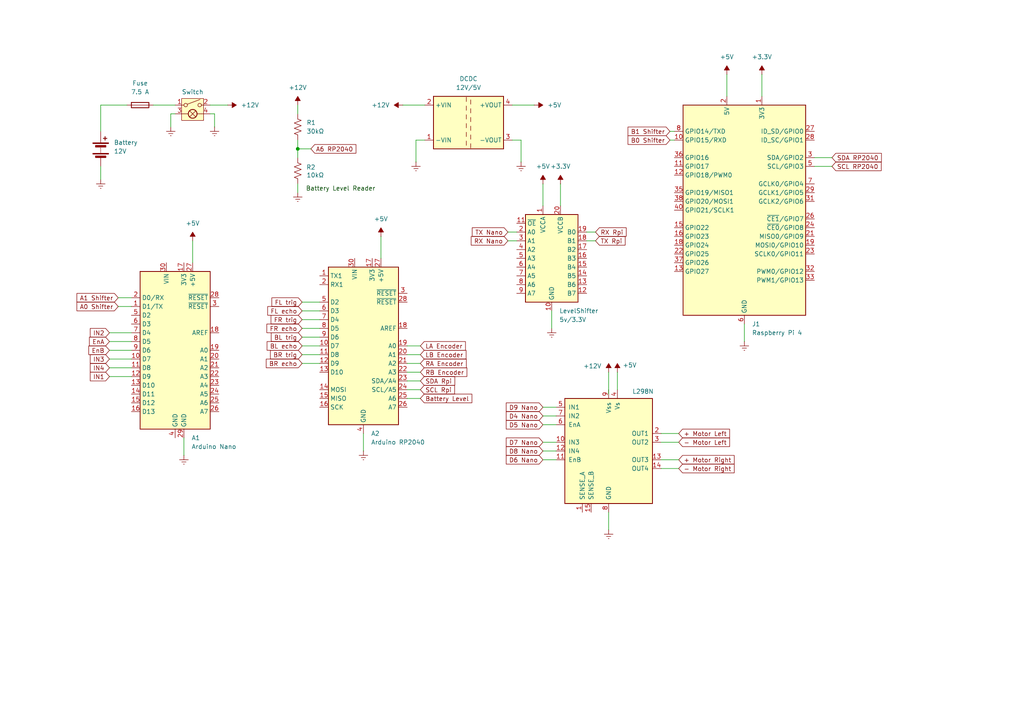
<source format=kicad_sch>
(kicad_sch (version 20231120) (generator "eeschema") (generator_version "8.0")
  (paper "A4")
  (lib_symbols
    (symbol "Connector:Raspberry_Pi_2_3"
      (property "Reference" "J" (at -17.78 31.75 0))
      (property "Value" "Raspberry_Pi_2_3" (at 10.16 -31.75 0))
      (symbol "Raspberry_Pi_2_3_0_1"
        (rectangle (start -17.78 30.48) (end 17.78 -30.48) (stroke (width 0.254)) (fill (type background)))
      )
      (symbol "Raspberry_Pi_2_3_1_1"
        (pin power_in line (at 5.08 33.02 270) (length 2.54) (name "3V3") (number "1"))
        (pin bidirectional line (at -20.32 20.32 0) (length 2.54) (name "GPIO15/RXD") (number "10"))
        (pin bidirectional line (at -20.32 12.7 0) (length 2.54) (name "GPIO17") (number "11"))
        (pin bidirectional line (at -20.32 10.16 0) (length 2.54) (name "GPIO18/PWM0") (number "12"))
        (pin bidirectional line (at -20.32 -17.78 0) (length 2.54) (name "GPIO27") (number "13"))
        (pin passive line (at 0 -33.02 90) (length 2.54) hide (name "GND") (number "14"))
        (pin bidirectional line (at -20.32 -5.08 0) (length 2.54) (name "GPIO22") (number "15"))
        (pin bidirectional line (at -20.32 -7.62 0) (length 2.54) (name "GPIO23") (number "16"))
        (pin passive line (at 5.08 33.02 270) (length 2.54) hide (name "3V3") (number "17"))
        (pin bidirectional line (at -20.32 -10.16 0) (length 2.54) (name "GPIO24") (number "18"))
        (pin bidirectional line (at 20.32 -10.16 180) (length 2.54) (name "MOSI0/GPIO10") (number "19"))
        (pin power_in line (at -5.08 33.02 270) (length 2.54) (name "5V") (number "2"))
        (pin passive line (at 0 -33.02 90) (length 2.54) hide (name "GND") (number "20"))
        (pin bidirectional line (at 20.32 -7.62 180) (length 2.54) (name "MISO0/GPIO9") (number "21"))
        (pin bidirectional line (at -20.32 -12.7 0) (length 2.54) (name "GPIO25") (number "22"))
        (pin bidirectional line (at 20.32 -12.7 180) (length 2.54) (name "SCLK0/GPIO11") (number "23"))
        (pin bidirectional line (at 20.32 -5.08 180) (length 2.54) (name "~{CE0}/GPIO8") (number "24"))
        (pin passive line (at 0 -33.02 90) (length 2.54) hide (name "GND") (number "25"))
        (pin bidirectional line (at 20.32 -2.54 180) (length 2.54) (name "~{CE1}/GPIO7") (number "26"))
        (pin bidirectional line (at 20.32 22.86 180) (length 2.54) (name "ID_SD/GPIO0") (number "27"))
        (pin bidirectional line (at 20.32 20.32 180) (length 2.54) (name "ID_SC/GPIO1") (number "28"))
        (pin bidirectional line (at 20.32 5.08 180) (length 2.54) (name "GCLK1/GPIO5") (number "29"))
        (pin bidirectional line (at 20.32 15.24 180) (length 2.54) (name "SDA/GPIO2") (number "3"))
        (pin passive line (at 0 -33.02 90) (length 2.54) hide (name "GND") (number "30"))
        (pin bidirectional line (at 20.32 2.54 180) (length 2.54) (name "GCLK2/GPIO6") (number "31"))
        (pin bidirectional line (at 20.32 -17.78 180) (length 2.54) (name "PWM0/GPIO12") (number "32"))
        (pin bidirectional line (at 20.32 -20.32 180) (length 2.54) (name "PWM1/GPIO13") (number "33"))
        (pin passive line (at 0 -33.02 90) (length 2.54) hide (name "GND") (number "34"))
        (pin bidirectional line (at -20.32 5.08 0) (length 2.54) (name "GPIO19/MISO1") (number "35"))
        (pin bidirectional line (at -20.32 15.24 0) (length 2.54) (name "GPIO16") (number "36"))
        (pin bidirectional line (at -20.32 -15.24 0) (length 2.54) (name "GPIO26") (number "37"))
        (pin bidirectional line (at -20.32 2.54 0) (length 2.54) (name "GPIO20/MOSI1") (number "38"))
        (pin passive line (at 0 -33.02 90) (length 2.54) hide (name "GND") (number "39"))
        (pin passive line (at -5.08 33.02 270) (length 2.54) hide (name "5V") (number "4"))
        (pin bidirectional line (at -20.32 0 0) (length 2.54) (name "GPIO21/SCLK1") (number "40"))
        (pin bidirectional line (at 20.32 12.7 180) (length 2.54) (name "SCL/GPIO3") (number "5"))
        (pin power_in line (at 0 -33.02 90) (length 2.54) (name "GND") (number "6"))
        (pin bidirectional line (at 20.32 7.62 180) (length 2.54) (name "GCLK0/GPIO4") (number "7"))
        (pin bidirectional line (at -20.32 22.86 0) (length 2.54) (name "GPIO14/TXD") (number "8"))
        (pin passive line (at 0 -33.02 90) (length 2.54) hide (name "GND") (number "9"))
      )
    )
    (symbol "Device:Battery" (pin_numbers hide) (pin_names (offset 0) hide)
      (property "Reference" "BT" (at 2.54 2.54 0))
      (property "Value" "Battery" (at 2.54 0 0))
      (symbol "Battery_0_1"
        (rectangle (start -2.286 -1.27) (end 2.286 -1.524) (fill (type outline)))
        (rectangle (start -2.286 1.778) (end 2.286 1.524) (fill (type outline)))
        (rectangle (start -1.524 -2.032) (end 1.524 -2.54) (fill (type outline)))
        (rectangle (start -1.524 1.016) (end 1.524 0.508) (fill (type outline)))
        (polyline (pts (xy 0 -1.016) (xy 0 -0.762)))
        (polyline (pts (xy 0 -0.508) (xy 0 -0.254)))
        (polyline (pts (xy 0 0) (xy 0 0.254)))
        (polyline (pts (xy 0 1.778) (xy 0 2.54)))
        (polyline (pts (xy 0.762 3.048) (xy 1.778 3.048)) (stroke (width 0.254)))
        (polyline (pts (xy 1.27 3.556) (xy 1.27 2.54)) (stroke (width 0.254)))
      )
      (symbol "Battery_1_1"
        (pin passive line (at 0 5.08 270) (length 2.54) (name "+") (number "1"))
        (pin passive line (at 0 -5.08 90) (length 2.54) (name "-") (number "2"))
      )
    )
    (symbol "Device:Fuse" (pin_numbers hide) (pin_names (offset 0))
      (property "Reference" "F" (at 2.032 0 90))
      (property "Value" "Fuse" (at -1.905 0 90))
      (symbol "Fuse_0_1"
        (rectangle (start -0.762 -2.54) (end 0.762 2.54) (stroke (width 0.254)))
        (polyline (pts (xy 0 2.54) (xy 0 -2.54)))
      )
      (symbol "Fuse_1_1"
        (pin passive line (at 0 3.81 270) (length 1.27) (name "~") (number "1"))
        (pin passive line (at 0 -3.81 90) (length 1.27) (name "~") (number "2"))
      )
    )
    (symbol "Device:R_US" (pin_numbers hide) (pin_names (offset 0))
      (property "Reference" "R" (at 2.54 0 90))
      (property "Value" "R_US" (at -2.54 0 90))
      (symbol "R_US_0_1"
        (polyline (pts (xy 0 -2.286) (xy 0 -2.54)))
        (polyline (pts (xy 0 2.286) (xy 0 2.54)))
        (polyline (pts (xy 0 -0.762) (xy 1.016 -1.143) (xy 0 -1.524) (xy -1.016 -1.905) (xy 0 -2.286)))
        (polyline (pts (xy 0 0.762) (xy 1.016 0.381) (xy 0 0) (xy -1.016 -0.381) (xy 0 -0.762)))
        (polyline (pts (xy 0 2.286) (xy 1.016 1.905) (xy 0 1.524) (xy -1.016 1.143) (xy 0 0.762)))
      )
      (symbol "R_US_1_1"
        (pin passive line (at 0 3.81 270) (length 1.27) (name "~") (number "1"))
        (pin passive line (at 0 -3.81 90) (length 1.27) (name "~") (number "2"))
      )
    )
    (symbol "Driver_Motor:L298N" (pin_names (offset 1.016))
      (property "Reference" "U" (at -10.16 16.51 0))
      (property "Value" "L298N" (at 12.7 16.51 0))
      (symbol "L298N_0_1"
        (rectangle (start -12.7 15.24) (end 12.7 -15.24) (stroke (width 0.254)) (fill (type background)))
      )
      (symbol "L298N_1_1"
        (pin power_in line (at -7.62 -17.78 90) (length 2.54) (name "SENSE_A") (number "1"))
        (pin input line (at -15.24 2.54 0) (length 2.54) (name "IN3") (number "10"))
        (pin input line (at -15.24 -2.54 0) (length 2.54) (name "EnB") (number "11"))
        (pin input line (at -15.24 0 0) (length 2.54) (name "IN4") (number "12"))
        (pin output line (at 15.24 -2.54 180) (length 2.54) (name "OUT3") (number "13"))
        (pin output line (at 15.24 -5.08 180) (length 2.54) (name "OUT4") (number "14"))
        (pin power_in line (at -5.08 -17.78 90) (length 2.54) (name "SENSE_B") (number "15"))
        (pin output line (at 15.24 5.08 180) (length 2.54) (name "OUT1") (number "2"))
        (pin output line (at 15.24 2.54 180) (length 2.54) (name "OUT2") (number "3"))
        (pin power_in line (at 2.54 17.78 270) (length 2.54) (name "Vs") (number "4"))
        (pin input line (at -15.24 12.7 0) (length 2.54) (name "IN1") (number "5"))
        (pin input line (at -15.24 7.62 0) (length 2.54) (name "EnA") (number "6"))
        (pin input line (at -15.24 10.16 0) (length 2.54) (name "IN2") (number "7"))
        (pin power_in line (at 0 -17.78 90) (length 2.54) (name "GND") (number "8"))
        (pin power_in line (at 0 17.78 270) (length 2.54) (name "Vss") (number "9"))
      )
    )
    (symbol "Logic_LevelTranslator:FXMA108"
      (property "Reference" "U" (at -6.35 13.97 0))
      (property "Value" "FXMA108" (at 7.62 13.97 0))
      (symbol "FXMA108_1_1"
        (rectangle (start -7.62 12.7) (end 7.62 -12.7) (stroke (width 0.254)) (fill (type background)))
        (pin power_in line (at -2.54 15.24 270) (length 2.54) (name "VCCA") (number "1"))
        (pin power_in line (at 0 -15.24 90) (length 2.54) (name "GND") (number "10"))
        (pin input line (at -10.16 10.16 0) (length 2.54) (name "~{OE}") (number "11"))
        (pin bidirectional line (at 10.16 -10.16 180) (length 2.54) (name "B7") (number "12"))
        (pin bidirectional line (at 10.16 -7.62 180) (length 2.54) (name "B6") (number "13"))
        (pin bidirectional line (at 10.16 -5.08 180) (length 2.54) (name "B5") (number "14"))
        (pin bidirectional line (at 10.16 -2.54 180) (length 2.54) (name "B4") (number "15"))
        (pin bidirectional line (at 10.16 0 180) (length 2.54) (name "B3") (number "16"))
        (pin bidirectional line (at 10.16 2.54 180) (length 2.54) (name "B2") (number "17"))
        (pin bidirectional line (at 10.16 5.08 180) (length 2.54) (name "B1") (number "18"))
        (pin bidirectional line (at 10.16 7.62 180) (length 2.54) (name "B0") (number "19"))
        (pin bidirectional line (at -10.16 7.62 0) (length 2.54) (name "A0") (number "2"))
        (pin power_in line (at 2.54 15.24 270) (length 2.54) (name "VCCB") (number "20"))
        (pin no_connect line (at 2.54 -12.7 90) (length 2.54) hide (name "NC") (number "21"))
        (pin bidirectional line (at -10.16 5.08 0) (length 2.54) (name "A1") (number "3"))
        (pin bidirectional line (at -10.16 2.54 0) (length 2.54) (name "A2") (number "4"))
        (pin bidirectional line (at -10.16 0 0) (length 2.54) (name "A3") (number "5"))
        (pin bidirectional line (at -10.16 -2.54 0) (length 2.54) (name "A4") (number "6"))
        (pin bidirectional line (at -10.16 -5.08 0) (length 2.54) (name "A5") (number "7"))
        (pin bidirectional line (at -10.16 -7.62 0) (length 2.54) (name "A6") (number "8"))
        (pin bidirectional line (at -10.16 -10.16 0) (length 2.54) (name "A7") (number "9"))
      )
    )
    (symbol "MCU_Module:Arduino_Nano_Every"
      (property "Reference" "A" (at -10.16 23.495 0))
      (property "Value" "Arduino_Nano_Every" (at 5.08 -24.13 0))
      (symbol "Arduino_Nano_Every_0_1"
        (rectangle (start -10.16 22.86) (end 10.16 -22.86) (stroke (width 0.254)) (fill (type background)))
      )
      (symbol "Arduino_Nano_Every_1_1"
        (pin bidirectional line (at -12.7 20.32 0) (length 2.54) (name "TX1") (number "1"))
        (pin bidirectional line (at -12.7 0 0) (length 2.54) (name "D7") (number "10"))
        (pin bidirectional line (at -12.7 -2.54 0) (length 2.54) (name "D8") (number "11"))
        (pin bidirectional line (at -12.7 -5.08 0) (length 2.54) (name "D9") (number "12"))
        (pin bidirectional line (at -12.7 -7.62 0) (length 2.54) (name "D10") (number "13"))
        (pin bidirectional line (at -12.7 -12.7 0) (length 2.54) (name "MOSI") (number "14"))
        (pin bidirectional line (at -12.7 -15.24 0) (length 2.54) (name "MISO") (number "15"))
        (pin bidirectional line (at -12.7 -17.78 0) (length 2.54) (name "SCK") (number "16"))
        (pin power_out line (at 2.54 25.4 270) (length 2.54) (name "3V3") (number "17"))
        (pin input line (at 12.7 5.08 180) (length 2.54) (name "AREF") (number "18"))
        (pin bidirectional line (at 12.7 0 180) (length 2.54) (name "A0") (number "19"))
        (pin bidirectional line (at -12.7 17.78 0) (length 2.54) (name "RX1") (number "2"))
        (pin bidirectional line (at 12.7 -2.54 180) (length 2.54) (name "A1") (number "20"))
        (pin bidirectional line (at 12.7 -5.08 180) (length 2.54) (name "A2") (number "21"))
        (pin bidirectional line (at 12.7 -7.62 180) (length 2.54) (name "A3") (number "22"))
        (pin bidirectional line (at 12.7 -10.16 180) (length 2.54) (name "SDA/A4") (number "23"))
        (pin bidirectional line (at 12.7 -12.7 180) (length 2.54) (name "SCL/A5") (number "24"))
        (pin bidirectional line (at 12.7 -15.24 180) (length 2.54) (name "A6") (number "25"))
        (pin bidirectional line (at 12.7 -17.78 180) (length 2.54) (name "A7") (number "26"))
        (pin power_out line (at 5.08 25.4 270) (length 2.54) (name "+5V") (number "27"))
        (pin input line (at 12.7 12.7 180) (length 2.54) (name "~{RESET}") (number "28"))
        (pin passive line (at 0 -25.4 90) (length 2.54) hide (name "GND") (number "29"))
        (pin input line (at 12.7 15.24 180) (length 2.54) (name "~{RESET}") (number "3"))
        (pin power_in line (at -2.54 25.4 270) (length 2.54) (name "VIN") (number "30"))
        (pin power_in line (at 0 -25.4 90) (length 2.54) (name "GND") (number "4"))
        (pin bidirectional line (at -12.7 12.7 0) (length 2.54) (name "D2") (number "5"))
        (pin bidirectional line (at -12.7 10.16 0) (length 2.54) (name "D3") (number "6"))
        (pin bidirectional line (at -12.7 7.62 0) (length 2.54) (name "D4") (number "7"))
        (pin bidirectional line (at -12.7 5.08 0) (length 2.54) (name "D5") (number "8"))
        (pin bidirectional line (at -12.7 2.54 0) (length 2.54) (name "D6") (number "9"))
      )
    )
    (symbol "MCU_Module:Arduino_Nano_v2.x"
      (property "Reference" "A" (at -10.16 23.495 0))
      (property "Value" "Arduino_Nano_v2.x" (at 5.08 -24.13 0))
      (symbol "Arduino_Nano_v2.x_0_1"
        (rectangle (start -10.16 22.86) (end 10.16 -22.86) (stroke (width 0.254)) (fill (type background)))
      )
      (symbol "Arduino_Nano_v2.x_1_1"
        (pin bidirectional line (at -12.7 12.7 0) (length 2.54) (name "D1/TX") (number "1"))
        (pin bidirectional line (at -12.7 -2.54 0) (length 2.54) (name "D7") (number "10"))
        (pin bidirectional line (at -12.7 -5.08 0) (length 2.54) (name "D8") (number "11"))
        (pin bidirectional line (at -12.7 -7.62 0) (length 2.54) (name "D9") (number "12"))
        (pin bidirectional line (at -12.7 -10.16 0) (length 2.54) (name "D10") (number "13"))
        (pin bidirectional line (at -12.7 -12.7 0) (length 2.54) (name "D11") (number "14"))
        (pin bidirectional line (at -12.7 -15.24 0) (length 2.54) (name "D12") (number "15"))
        (pin bidirectional line (at -12.7 -17.78 0) (length 2.54) (name "D13") (number "16"))
        (pin power_out line (at 2.54 25.4 270) (length 2.54) (name "3V3") (number "17"))
        (pin input line (at 12.7 5.08 180) (length 2.54) (name "AREF") (number "18"))
        (pin bidirectional line (at 12.7 0 180) (length 2.54) (name "A0") (number "19"))
        (pin bidirectional line (at -12.7 15.24 0) (length 2.54) (name "D0/RX") (number "2"))
        (pin bidirectional line (at 12.7 -2.54 180) (length 2.54) (name "A1") (number "20"))
        (pin bidirectional line (at 12.7 -5.08 180) (length 2.54) (name "A2") (number "21"))
        (pin bidirectional line (at 12.7 -7.62 180) (length 2.54) (name "A3") (number "22"))
        (pin bidirectional line (at 12.7 -10.16 180) (length 2.54) (name "A4") (number "23"))
        (pin bidirectional line (at 12.7 -12.7 180) (length 2.54) (name "A5") (number "24"))
        (pin bidirectional line (at 12.7 -15.24 180) (length 2.54) (name "A6") (number "25"))
        (pin bidirectional line (at 12.7 -17.78 180) (length 2.54) (name "A7") (number "26"))
        (pin power_out line (at 5.08 25.4 270) (length 2.54) (name "+5V") (number "27"))
        (pin input line (at 12.7 15.24 180) (length 2.54) (name "~{RESET}") (number "28"))
        (pin power_in line (at 2.54 -25.4 90) (length 2.54) (name "GND") (number "29"))
        (pin input line (at 12.7 12.7 180) (length 2.54) (name "~{RESET}") (number "3"))
        (pin power_in line (at -2.54 25.4 270) (length 2.54) (name "VIN") (number "30"))
        (pin power_in line (at 0 -25.4 90) (length 2.54) (name "GND") (number "4"))
        (pin bidirectional line (at -12.7 10.16 0) (length 2.54) (name "D2") (number "5"))
        (pin bidirectional line (at -12.7 7.62 0) (length 2.54) (name "D3") (number "6"))
        (pin bidirectional line (at -12.7 5.08 0) (length 2.54) (name "D4") (number "7"))
        (pin bidirectional line (at -12.7 2.54 0) (length 2.54) (name "D5") (number "8"))
        (pin bidirectional line (at -12.7 0 0) (length 2.54) (name "D6") (number "9"))
      )
    )
    (symbol "Regulator_Switching:CRE1S0305S3C"
      (property "Reference" "U" (at -8.89 8.89 0))
      (property "Value" "CRE1S0305S3C" (at 2.54 8.89 0))
      (symbol "CRE1S0305S3C_0_1"
        (rectangle (start -10.16 7.62) (end 10.16 -7.62) (stroke (width 0.254)) (fill (type background)))
        (polyline (pts (xy -0.635 -5.334) (xy -0.635 -6.604)))
        (polyline (pts (xy -0.635 -2.794) (xy -0.635 -4.064)))
        (polyline (pts (xy -0.635 -0.254) (xy -0.635 -1.524)))
        (polyline (pts (xy -0.635 2.286) (xy -0.635 1.016)))
        (polyline (pts (xy -0.635 4.826) (xy -0.635 3.556)))
        (polyline (pts (xy -0.635 7.366) (xy -0.635 6.096)))
        (polyline (pts (xy 0.635 -7.366) (xy 0.635 -6.096)))
        (polyline (pts (xy 0.635 -4.826) (xy 0.635 -3.556)))
        (polyline (pts (xy 0.635 -2.286) (xy 0.635 -1.016)))
        (polyline (pts (xy 0.635 0.254) (xy 0.635 1.524)))
        (polyline (pts (xy 0.635 2.794) (xy 0.635 4.064)))
        (polyline (pts (xy 0.635 5.334) (xy 0.635 6.604)))
      )
      (symbol "CRE1S0305S3C_1_1"
        (pin power_in line (at -12.7 -5.08 0) (length 2.54) (name "-VIN") (number "1"))
        (pin power_in line (at -12.7 5.08 0) (length 2.54) (name "+VIN") (number "2"))
        (pin power_out line (at 12.7 -5.08 180) (length 2.54) (name "-VOUT") (number "3"))
        (pin power_out line (at 12.7 5.08 180) (length 2.54) (name "+VOUT") (number "4"))
      )
    )
    (symbol "Switch:SW_SPST_Lamp" (pin_names (offset 1.016) hide)
      (property "Reference" "SW" (at 0 6.35 0))
      (property "Value" "SW_SPST_Lamp" (at 0 -3.81 0))
      (symbol "SW_SPST_Lamp_0_1"
        (circle (center -2.032 2.54) (radius 0.508))
        (polyline (pts (xy -2.54 0) (xy -1.27 0)))
        (polyline (pts (xy -1.524 2.794) (xy 2.159 4.191)))
        (polyline (pts (xy -0.889 -0.889) (xy 0.889 0.889)))
        (polyline (pts (xy 0.889 -0.889) (xy -0.889 0.889)))
        (polyline (pts (xy 2.54 0) (xy 1.27 0)))
        (circle (center 0 0) (radius 1.27) (stroke (width 0.254)))
        (circle (center 2.032 2.54) (radius 0.508))
        (pin passive line (at -5.08 2.54 0) (length 2.54) (name "1") (number "1"))
        (pin passive line (at 5.08 2.54 180) (length 2.54) (name "2") (number "2"))
        (pin passive line (at -5.08 0 0) (length 2.54) (name "L") (number "3"))
        (pin passive line (at 5.08 0 180) (length 2.54) (name "L") (number "4"))
      )
      (symbol "SW_SPST_Lamp_1_1"
        (rectangle (start -3.175 4.445) (end 3.175 -1.905) (fill (type background)))
      )
    )
    (symbol "power:-12V" (power) (pin_numbers hide) (pin_names (offset 0) hide)
      (property "Value" "-12V" (at 0 3.556 0))
      (symbol "-12V_0_0"
        (pin power_in line (at 0 0 90) (length 0) (name "~") (number "1"))
      )
      (symbol "-12V_0_1"
        (polyline (pts (xy 0 0) (xy 0 1.27) (xy 0.762 1.27) (xy 0 2.54) (xy -0.762 1.27) (xy 0 1.27)) (fill (type outline)))
      )
    )
    (symbol "power:Earth" (power) (pin_numbers hide) (pin_names (offset 0) hide)
      (property "Value" "Earth" (at 0 -3.81 0))
      (symbol "Earth_0_1"
        (polyline (pts (xy -0.635 -1.905) (xy 0.635 -1.905)))
        (polyline (pts (xy -0.127 -2.54) (xy 0.127 -2.54)))
        (polyline (pts (xy 0 -1.27) (xy 0 0)))
        (polyline (pts (xy 1.27 -1.27) (xy -1.27 -1.27)))
      )
      (symbol "Earth_1_1"
        (pin power_in line (at 0 0 270) (length 0) (name "~") (number "1"))
      )
    )
  )
  (junction (at 86.36 43.18))
  (wire (pts (xy 176.53 148.59) (xy 176.53 153.67)))
  (wire (pts (xy 176.53 107.95) (xy 176.53 114.3)))
  (wire (pts (xy 31.75 104.14) (xy 38.1 104.14)))
  (wire (pts (xy 49.53 33.02) (xy 50.8 33.02)))
  (wire (pts (xy 31.75 109.22) (xy 38.1 109.22)))
  (wire (pts (xy 236.22 45.72) (xy 241.3 45.72)))
  (wire (pts (xy 60.96 30.48) (xy 66.04 30.48)))
  (wire (pts (xy 87.63 87.63) (xy 92.71 87.63)))
  (wire (pts (xy 118.11 102.87) (xy 121.92 102.87)))
  (wire (pts (xy 154.94 30.48) (xy 148.59 30.48)))
  (wire (pts (xy 87.63 92.71) (xy 92.71 92.71)))
  (wire (pts (xy 87.63 100.33) (xy 92.71 100.33)))
  (wire (pts (xy 118.11 113.03) (xy 121.92 113.03)))
  (wire (pts (xy 86.36 43.18) (xy 86.36 45.72)))
  (wire (pts (xy 49.53 33.02) (xy 49.53 36.83)))
  (wire (pts (xy 220.98 21.59) (xy 220.98 27.94)))
  (wire (pts (xy 29.21 30.48) (xy 29.21 38.1)))
  (wire (pts (xy 157.48 123.19) (xy 161.29 123.19)))
  (wire (pts (xy 34.29 88.9) (xy 38.1 88.9)))
  (wire (pts (xy 87.63 97.79) (xy 92.71 97.79)))
  (wire (pts (xy 31.75 99.06) (xy 38.1 99.06)))
  (wire (pts (xy 116.84 30.48) (xy 123.19 30.48)))
  (wire (pts (xy 151.13 46.99) (xy 151.13 40.64)))
  (wire (pts (xy 120.65 46.99) (xy 120.65 40.64)))
  (wire (pts (xy 170.18 67.31) (xy 172.72 67.31)))
  (wire (pts (xy 157.48 120.65) (xy 161.29 120.65)))
  (wire (pts (xy 86.36 43.18) (xy 90.17 43.18)))
  (wire (pts (xy 191.77 135.89) (xy 196.85 135.89)))
  (wire (pts (xy 87.63 105.41) (xy 92.71 105.41)))
  (wire (pts (xy 118.11 105.41) (xy 121.92 105.41)))
  (wire (pts (xy 215.9 93.98) (xy 215.9 99.06)))
  (wire (pts (xy 118.11 110.49) (xy 121.92 110.49)))
  (wire (pts (xy 179.07 107.95) (xy 179.07 113.03)))
  (wire (pts (xy 210.82 21.59) (xy 210.82 27.94)))
  (wire (pts (xy 118.11 115.57) (xy 121.92 115.57)))
  (wire (pts (xy 105.41 125.73) (xy 105.41 130.81)))
  (wire (pts (xy 62.23 33.02) (xy 62.23 36.83)))
  (wire (pts (xy 86.36 30.48) (xy 86.36 33.02)))
  (wire (pts (xy 120.65 40.64) (xy 123.19 40.64)))
  (wire (pts (xy 55.88 69.85) (xy 55.88 76.2)))
  (wire (pts (xy 29.21 48.26) (xy 29.21 52.07)))
  (wire (pts (xy 44.45 30.48) (xy 50.8 30.48)))
  (wire (pts (xy 170.18 69.85) (xy 172.72 69.85)))
  (wire (pts (xy 147.32 67.31) (xy 149.86 67.31)))
  (wire (pts (xy 157.48 118.11) (xy 161.29 118.11)))
  (wire (pts (xy 87.63 102.87) (xy 92.71 102.87)))
  (wire (pts (xy 29.21 30.48) (xy 36.83 30.48)))
  (wire (pts (xy 157.48 128.27) (xy 161.29 128.27)))
  (wire (pts (xy 60.96 33.02) (xy 62.23 33.02)))
  (wire (pts (xy 34.29 86.36) (xy 38.1 86.36)))
  (wire (pts (xy 87.63 95.25) (xy 92.71 95.25)))
  (wire (pts (xy 87.63 90.17) (xy 92.71 90.17)))
  (wire (pts (xy 31.75 101.6) (xy 38.1 101.6)))
  (wire (pts (xy 160.02 90.17) (xy 160.02 95.25)))
  (wire (pts (xy 157.48 130.81) (xy 161.29 130.81)))
  (wire (pts (xy 157.48 133.35) (xy 161.29 133.35)))
  (wire (pts (xy 86.36 40.64) (xy 86.36 43.18)))
  (wire (pts (xy 151.13 40.64) (xy 148.59 40.64)))
  (wire (pts (xy 31.75 96.52) (xy 38.1 96.52)))
  (wire (pts (xy 157.48 53.34) (xy 157.48 59.69)))
  (wire (pts (xy 118.11 107.95) (xy 121.92 107.95)))
  (wire (pts (xy 53.34 127) (xy 53.34 132.08)))
  (wire (pts (xy 191.77 128.27) (xy 196.85 128.27)))
  (wire (pts (xy 31.75 106.68) (xy 38.1 106.68)))
  (wire (pts (xy 191.77 125.73) (xy 196.85 125.73)))
  (wire (pts (xy 162.56 53.34) (xy 162.56 59.69)))
  (wire (pts (xy 147.32 69.85) (xy 149.86 69.85)))
  (wire (pts (xy 118.11 100.33) (xy 121.92 100.33)))
  (wire (pts (xy 86.36 53.34) (xy 86.36 55.88)))
  (wire (pts (xy 194.31 38.1) (xy 195.58 38.1)))
  (wire (pts (xy 191.77 133.35) (xy 196.85 133.35)))
  (wire (pts (xy 236.22 48.26) (xy 241.3 48.26)))
  (wire (pts (xy 194.31 40.64) (xy 195.58 40.64)))
  (wire (pts (xy 110.49 68.58) (xy 110.49 74.93)))
  (text "Battery Level Reader" (at 98.806 54.864 0) (effects (font (size 1.27 1.27))))
  (global_label "LA Encoder" (shape input) (at 121.92 100.33 0) (property "Intersheetrefs" "${INTERSHEET_REFS}" (effects (hide yes))))
  (global_label "LB Encoder" (shape input) (at 121.92 102.87 0) (property "Intersheetrefs" "${INTERSHEET_REFS}" (effects (hide yes))))
  (global_label "B1 Shifter" (shape input) (at 194.31 38.1 180) (property "Intersheetrefs" "${INTERSHEET_REFS}" (effects (hide yes))))
  (global_label "D4 Nano" (shape input) (at 157.48 120.65 180) (property "Intersheetrefs" "${INTERSHEET_REFS}" (effects (hide yes))))
  (global_label "D7 Nano" (shape input) (at 157.48 128.27 180) (property "Intersheetrefs" "${INTERSHEET_REFS}" (effects (hide yes))))
  (global_label "D9 Nano" (shape input) (at 157.48 118.11 180) (property "Intersheetrefs" "${INTERSHEET_REFS}" (effects (hide yes))))
  (global_label "BR echo" (shape input) (at 87.63 105.41 180) (property "Intersheetrefs" "${INTERSHEET_REFS}" (effects (hide yes))))
  (global_label "D8 Nano" (shape input) (at 157.48 130.81 180) (property "Intersheetrefs" "${INTERSHEET_REFS}" (effects (hide yes))))
  (global_label "A1 Shifter" (shape input) (at 34.29 86.36 180) (property "Intersheetrefs" "${INTERSHEET_REFS}" (effects (hide yes))))
  (global_label "SDA Rpi" (shape input) (at 121.92 110.49 0) (property "Intersheetrefs" "${INTERSHEET_REFS}" (effects (hide yes))))
  (global_label "A0 Shifter" (shape input) (at 34.29 88.9 180) (property "Intersheetrefs" "${INTERSHEET_REFS}" (effects (hide yes))))
  (global_label "B0 Shifter" (shape input) (at 194.31 40.64 180) (property "Intersheetrefs" "${INTERSHEET_REFS}" (effects (hide yes))))
  (global_label "TX Rpi" (shape input) (at 172.72 69.85 0) (property "Intersheetrefs" "${INTERSHEET_REFS}" (effects (hide yes))))
  (global_label "+ Motor Left" (shape input) (at 196.85 125.73 0) (property "Intersheetrefs" "${INTERSHEET_REFS}" (effects (hide yes))))
  (global_label "SCL Rpi" (shape input) (at 121.92 113.03 0) (property "Intersheetrefs" "${INTERSHEET_REFS}" (effects (hide yes))))
  (global_label "+ Motor Right" (shape input) (at 196.85 133.35 0) (property "Intersheetrefs" "${INTERSHEET_REFS}" (effects (hide yes))))
  (global_label "FL trig" (shape input) (at 87.63 87.63 180) (property "Intersheetrefs" "${INTERSHEET_REFS}" (effects (hide yes))))
  (global_label "EnB" (shape input) (at 31.75 101.6 180) (property "Intersheetrefs" "${INTERSHEET_REFS}" (effects (hide yes))))
  (global_label "D6 Nano" (shape input) (at 157.48 133.35 180) (property "Intersheetrefs" "${INTERSHEET_REFS}" (effects (hide yes))))
  (global_label "RX Nano" (shape input) (at 147.32 69.85 180) (property "Intersheetrefs" "${INTERSHEET_REFS}" (effects (hide yes))))
  (global_label "SCL RP2040" (shape input) (at 241.3 48.26 0) (property "Intersheetrefs" "${INTERSHEET_REFS}" (effects (hide yes))))
  (global_label "IN4" (shape input) (at 31.75 106.68 180) (property "Intersheetrefs" "${INTERSHEET_REFS}" (effects (hide yes))))
  (global_label "A6 RP2040" (shape input) (at 90.17 43.18 0) (property "Intersheetrefs" "${INTERSHEET_REFS}" (effects (hide yes))))
  (global_label "RA Encoder" (shape input) (at 121.92 105.41 0) (property "Intersheetrefs" "${INTERSHEET_REFS}" (effects (hide yes))))
  (global_label "FL echo" (shape input) (at 87.63 90.17 180) (property "Intersheetrefs" "${INTERSHEET_REFS}" (effects (hide yes))))
  (global_label "- Motor Right" (shape input) (at 196.85 135.89 0) (property "Intersheetrefs" "${INTERSHEET_REFS}" (effects (hide yes))))
  (global_label "FR echo" (shape input) (at 87.63 95.25 180) (property "Intersheetrefs" "${INTERSHEET_REFS}" (effects (hide yes))))
  (global_label "RB Encoder" (shape input) (at 121.92 107.95 0) (property "Intersheetrefs" "${INTERSHEET_REFS}" (effects (hide yes))))
  (global_label "BR trig" (shape input) (at 87.63 102.87 180) (property "Intersheetrefs" "${INTERSHEET_REFS}" (effects (hide yes))))
  (global_label "BL trig" (shape input) (at 87.63 97.79 180) (property "Intersheetrefs" "${INTERSHEET_REFS}" (effects (hide yes))))
  (global_label "IN3" (shape input) (at 31.75 104.14 180) (property "Intersheetrefs" "${INTERSHEET_REFS}" (effects (hide yes))))
  (global_label "TX Nano" (shape input) (at 147.32 67.31 180) (property "Intersheetrefs" "${INTERSHEET_REFS}" (effects (hide yes))))
  (global_label "EnA" (shape input) (at 31.75 99.06 180) (property "Intersheetrefs" "${INTERSHEET_REFS}" (effects (hide yes))))
  (global_label "FR trig" (shape input) (at 87.63 92.71 180) (property "Intersheetrefs" "${INTERSHEET_REFS}" (effects (hide yes))))
  (global_label "Battery Level" (shape input) (at 121.92 115.57 0) (property "Intersheetrefs" "${INTERSHEET_REFS}" (effects (hide yes))))
  (global_label "SDA RP2040" (shape input) (at 241.3 45.72 0) (property "Intersheetrefs" "${INTERSHEET_REFS}" (effects (hide yes))))
  (global_label "IN2" (shape input) (at 31.75 96.52 180) (property "Intersheetrefs" "${INTERSHEET_REFS}" (effects (hide yes))))
  (global_label "IN1" (shape input) (at 31.75 109.22 180) (property "Intersheetrefs" "${INTERSHEET_REFS}" (effects (hide yes))))
  (global_label "D5 Nano" (shape input) (at 157.48 123.19 180) (property "Intersheetrefs" "${INTERSHEET_REFS}" (effects (hide yes))))
  (global_label "RX Rpi" (shape input) (at 172.72 67.31 0) (property "Intersheetrefs" "${INTERSHEET_REFS}" (effects (hide yes))))
  (global_label "BL echo" (shape input) (at 87.63 100.33 180) (property "Intersheetrefs" "${INTERSHEET_REFS}" (effects (hide yes))))
  (global_label "- Motor Left" (shape input) (at 196.85 128.27 0) (property "Intersheetrefs" "${INTERSHEET_REFS}" (effects (hide yes))))
  (symbol (lib_id "power:-12V") (at 116.84 30.48 90) (unit 1)
    (property "Reference" "#PWR07" (effects (hide yes)))
    (property "Value" "+12V" (at 113.03 30.4799 90) (effects (justify left)))
    (property "Description" "Power symbol creates a global label with name \"-12V\"" (effects (hide yes)))
  )
  (symbol (lib_id "power:-12V") (at 220.98 21.59 0) (unit 1)
    (property "Reference" "#PWR019" (effects (hide yes)))
    (property "Value" "+3.3V" (at 220.98 16.51 0))
    (property "Description" "Power symbol creates a global label with name \"-12V\"" (effects (hide yes)))
  )
  (symbol (lib_id "power:Earth") (at 105.41 130.81 0) (unit 1)
    (property "Reference" "#PWR012" (effects (hide yes)))
    (property "Value" "Earth" (effects (hide yes)))
    (property "Description" "Power symbol creates a global label with name \"Earth\"" (effects (hide yes)))
  )
  (symbol (lib_id "power:-12V") (at 86.36 30.48 0) (unit 1)
    (property "Reference" "#PWR021" (effects (hide yes)))
    (property "Value" "+12V" (at 86.36 25.4 0))
    (property "Description" "Power symbol creates a global label with name \"-12V\"" (effects (hide yes)))
  )
  (symbol (lib_id "Driver_Motor:L298N") (at 176.53 130.81 0) (unit 1)
    (property "Reference" "U1" (effects (hide yes)))
    (property "Value" "L298N" (at 183.388 113.538 0) (effects (justify left)))
    (property "Footprint" "Package_TO_SOT_THT:TO-220-15_P2.54x2.54mm_StaggerOdd_Lead4.58mm_Vertical" (effects (hide yes)))
    (property "Datasheet" "http://www.st.com/st-web-ui/static/active/en/resource/technical/document/datasheet/CD00000240.pdf" (effects (hide yes)))
    (property "Description" "Dual full bridge motor driver, up to 46V, 4A, Multiwatt15-V" (effects (hide yes)))
  )
  (symbol (lib_id "power:Earth") (at 151.13 46.99 0) (unit 1)
    (property "Reference" "#PWR06" (effects (hide yes)))
    (property "Value" "Earth" (effects (hide yes)))
    (property "Description" "Power symbol creates a global label with name \"Earth\"" (effects (hide yes)))
  )
  (symbol (lib_id "power:-12V") (at 176.53 107.95 0) (unit 1)
    (property "Reference" "#PWR016" (effects (hide yes)))
    (property "Value" "+12V" (at 169.164 106.172 0) (effects (justify left)))
    (property "Description" "Power symbol creates a global label with name \"-12V\"" (effects (hide yes)))
  )
  (symbol (lib_id "Regulator_Switching:CRE1S0305S3C") (at 135.89 35.56 0) (unit 1)
    (property "Reference" "DCDC" (at 135.89 22.86 0))
    (property "Value" "12V/5V" (at 135.89 25.4 0))
    (property "Footprint" "Converter_DCDC:Converter_DCDC_Murata_CRE1xxxxxx3C_THT" (effects (hide yes)))
    (property "Datasheet" "http://power.murata.com/datasheet?/data/power/ncl/kdc_cre1.pdf" (effects (hide yes)))
    (property "Description" "3.3V to 5V 200mA, Isolated 2W Single-Output DC-DC Converter Modules with 3kV isolation, SIP-4" (effects (hide yes)))
  )
  (symbol (lib_id "power:Earth") (at 160.02 95.25 0) (unit 1)
    (property "Reference" "#PWR020" (effects (hide yes)))
    (property "Value" "Earth" (effects (hide yes)))
    (property "Description" "Power symbol creates a global label with name \"Earth\"" (effects (hide yes)))
  )
  (symbol (lib_id "power:Earth") (at 120.65 46.99 0) (unit 1)
    (property "Reference" "#PWR05" (effects (hide yes)))
    (property "Value" "Earth" (effects (hide yes)))
    (property "Description" "Power symbol creates a global label with name \"Earth\"" (effects (hide yes)))
  )
  (symbol (lib_id "power:Earth") (at 29.21 52.07 0) (unit 1)
    (property "Reference" "#PWR01" (effects (hide yes)))
    (property "Value" "Earth" (effects (hide yes)))
    (property "Description" "Power symbol creates a global label with name \"Earth\"" (effects (hide yes)))
  )
  (symbol (lib_id "Logic_LevelTranslator:FXMA108") (at 160.02 74.93 0) (unit 1)
    (property "Reference" "LevelShifter" (at 162.2141 90.17 0) (effects (justify left)))
    (property "Value" "5v/3.3V" (at 162.2141 92.71 0) (effects (justify left)))
    (property "Footprint" "Package_DFN_QFN:WQFN-20-1EP_2.5x4.5mm_P0.5mm_EP1x2.9mm" (effects (hide yes)))
    (property "Datasheet" "http://www.onsemi.com/pub/Collateral/FXMA108-D.pdf" (effects (hide yes)))
    (property "Description" "Dual-Supply, 8-Bit Signal Translator with Configurable Voltage Supplies and Signals Levels, 3-State Outputs and Auto Direction Sensing, WQFN-20" (effects (hide yes)))
  )
  (symbol (lib_id "power:Earth") (at 62.23 36.83 0) (unit 1)
    (property "Reference" "#PWR03" (effects (hide yes)))
    (property "Value" "Earth" (effects (hide yes)))
    (property "Description" "Power symbol creates a global label with name \"Earth\"" (effects (hide yes)))
  )
  (symbol (lib_id "Device:R_US") (at 86.36 49.53 180) (unit 1)
    (property "Reference" "R2" (at 90.17 48.514 0))
    (property "Value" "10kΩ" (at 91.44 50.8 0))
    (property "Description" "Resistor, US symbol" (effects (hide yes)))
  )
  (symbol (lib_id "power:-12V") (at 55.88 69.85 0) (unit 1)
    (property "Reference" "#PWR09" (effects (hide yes)))
    (property "Value" "+5V" (at 55.88 64.77 0))
    (property "Description" "Power symbol creates a global label with name \"-12V\"" (effects (hide yes)))
  )
  (symbol (lib_id "Switch:SW_SPST_Lamp") (at 55.88 33.02 0) (unit 1)
    (property "Reference" "dsd" (effects (hide yes)))
    (property "Value" "Switch" (at 55.88 26.67 0))
    (property "Description" "Single Pole Single Throw (SPST) switch with signal lamp, generic" (effects (hide yes)))
  )
  (symbol (lib_id "power:Earth") (at 176.53 153.67 0) (unit 1)
    (property "Reference" "#PWR023" (effects (hide yes)))
    (property "Value" "Earth" (effects (hide yes)))
    (property "Description" "Power symbol creates a global label with name \"Earth\"" (effects (hide yes)))
  )
  (symbol (lib_id "power:Earth") (at 53.34 132.08 0) (unit 1)
    (property "Reference" "#PWR011" (effects (hide yes)))
    (property "Value" "Earth" (effects (hide yes)))
    (property "Description" "Power symbol creates a global label with name \"Earth\"" (effects (hide yes)))
  )
  (symbol (lib_id "power:-12V") (at 210.82 21.59 0) (unit 1)
    (property "Reference" "#PWR013" (effects (hide yes)))
    (property "Value" "+5V" (at 210.82 16.51 0))
    (property "Description" "Power symbol creates a global label with name \"-12V\"" (effects (hide yes)))
  )
  (symbol (lib_id "power:-12V") (at 110.49 68.58 0) (unit 1)
    (property "Reference" "#PWR010" (effects (hide yes)))
    (property "Value" "+5V" (at 110.49 63.5 0))
    (property "Description" "Power symbol creates a global label with name \"-12V\"" (effects (hide yes)))
  )
  (symbol (lib_id "power:Earth") (at 215.9 99.06 0) (unit 1)
    (property "Reference" "#PWR014" (effects (hide yes)))
    (property "Value" "Earth" (effects (hide yes)))
    (property "Description" "Power symbol creates a global label with name \"Earth\"" (effects (hide yes)))
  )
  (symbol (lib_id "MCU_Module:Arduino_Nano_Every") (at 105.41 100.33 0) (unit 1)
    (property "Reference" "A2" (at 107.6041 125.73 0) (effects (justify left)))
    (property "Value" "Arduino RP2040" (at 107.6041 128.27 0) (effects (justify left)))
    (property "Footprint" "Module:Arduino_Nano" (effects (hide yes)))
    (property "Datasheet" "https://content.arduino.cc/assets/NANOEveryV3.0_sch.pdf" (effects (hide yes)))
    (property "Description" "Arduino Nano Every" (effects (hide yes)))
  )
  (symbol (lib_id "Device:R_US") (at 86.36 36.83 180) (unit 1)
    (property "Reference" "R1" (at 88.9 35.5599 0) (effects (justify right)))
    (property "Value" "30kΩ" (at 88.9 38.0999 0) (effects (justify right)))
    (property "Description" "Resistor, US symbol" (effects (hide yes)))
  )
  (symbol (lib_id "MCU_Module:Arduino_Nano_v2.x") (at 50.8 101.6 0) (unit 1)
    (property "Reference" "A1" (at 55.5341 127 0) (effects (justify left)))
    (property "Value" "Arduino Nano" (at 55.5341 129.54 0) (effects (justify left)))
    (property "Footprint" "Module:Arduino_Nano" (effects (hide yes)))
    (property "Datasheet" "https://www.arduino.cc/en/uploads/Main/ArduinoNanoManual23.pdf" (effects (hide yes)))
    (property "Description" "Arduino Nano v2.x" (effects (hide yes)))
  )
  (symbol (lib_id "Device:Battery") (at 29.21 43.18 0) (unit 1)
    (property "Reference" "Battery" (at 33.02 41.3384 0) (effects (justify left)))
    (property "Value" "12V" (at 33.02 43.8784 0) (effects (justify left)))
    (property "Description" "Multiple-cell battery" (effects (hide yes)))
  )
  (symbol (lib_id "Device:Fuse") (at 40.64 30.48 270) (unit 1)
    (property "Reference" "Fuse" (at 40.64 24.13 90))
    (property "Value" "7.5 A" (at 40.64 26.67 90))
    (property "Description" "Fuse" (effects (hide yes)))
  )
  (symbol (lib_id "power:-12V") (at 157.48 53.34 0) (unit 1)
    (property "Reference" "#PWR018" (effects (hide yes)))
    (property "Value" "+5V" (at 157.48 48.26 0))
    (property "Description" "Power symbol creates a global label with name \"-12V\"" (effects (hide yes)))
  )
  (symbol (lib_id "power:-12V") (at 179.07 107.95 0) (unit 1)
    (property "Reference" "#PWR015" (effects (hide yes)))
    (property "Value" "+5V" (at 182.626 105.918 0))
    (property "Description" "Power symbol creates a global label with name \"-12V\"" (effects (hide yes)))
  )
  (symbol (lib_id "power:-12V") (at 154.94 30.48 270) (unit 1)
    (property "Reference" "#PWR08" (effects (hide yes)))
    (property "Value" "+5V" (at 158.75 30.4799 90) (effects (justify left)))
    (property "Description" "Power symbol creates a global label with name \"-12V\"" (effects (hide yes)))
  )
  (symbol (lib_id "Connector:Raspberry_Pi_2_3") (at 215.9 60.96 0) (unit 1)
    (property "Reference" "J1" (at 218.0941 93.98 0) (effects (justify left)))
    (property "Value" "Raspberry Pi 4" (at 218.0941 96.52 0) (effects (justify left)))
    (property "Datasheet" "https://www.raspberrypi.org/documentation/hardware/raspberrypi/schematics/rpi_SCH_3bplus_1p0_reduced.pdf" (effects (hide yes)))
    (property "Description" "expansion header for Raspberry Pi 2 & 3" (effects (hide yes)))
  )
  (symbol (lib_id "power:-12V") (at 66.04 30.48 270) (unit 1)
    (property "Reference" "#PWR04" (effects (hide yes)))
    (property "Value" "+12V" (at 69.85 30.4799 90) (effects (justify left)))
    (property "Description" "Power symbol creates a global label with name \"-12V\"" (effects (hide yes)))
  )
  (symbol (lib_id "power:Earth") (at 49.53 36.83 0) (unit 1)
    (property "Reference" "#PWR02" (effects (hide yes)))
    (property "Value" "Earth" (effects (hide yes)))
    (property "Description" "Power symbol creates a global label with name \"Earth\"" (effects (hide yes)))
  )
  (symbol (lib_id "power:-12V") (at 162.56 53.34 0) (unit 1)
    (property "Reference" "#PWR017" (effects (hide yes)))
    (property "Value" "+3.3V" (at 162.56 48.26 0))
    (property "Description" "Power symbol creates a global label with name \"-12V\"" (effects (hide yes)))
  )
  (symbol (lib_id "power:Earth") (at 86.36 55.88 0) (unit 1)
    (property "Reference" "#PWR022" (effects (hide yes)))
    (property "Value" "Earth" (effects (hide yes)))
    (property "Description" "Power symbol creates a global label with name \"Earth\"" (effects (hide yes)))
  )
)
</source>
